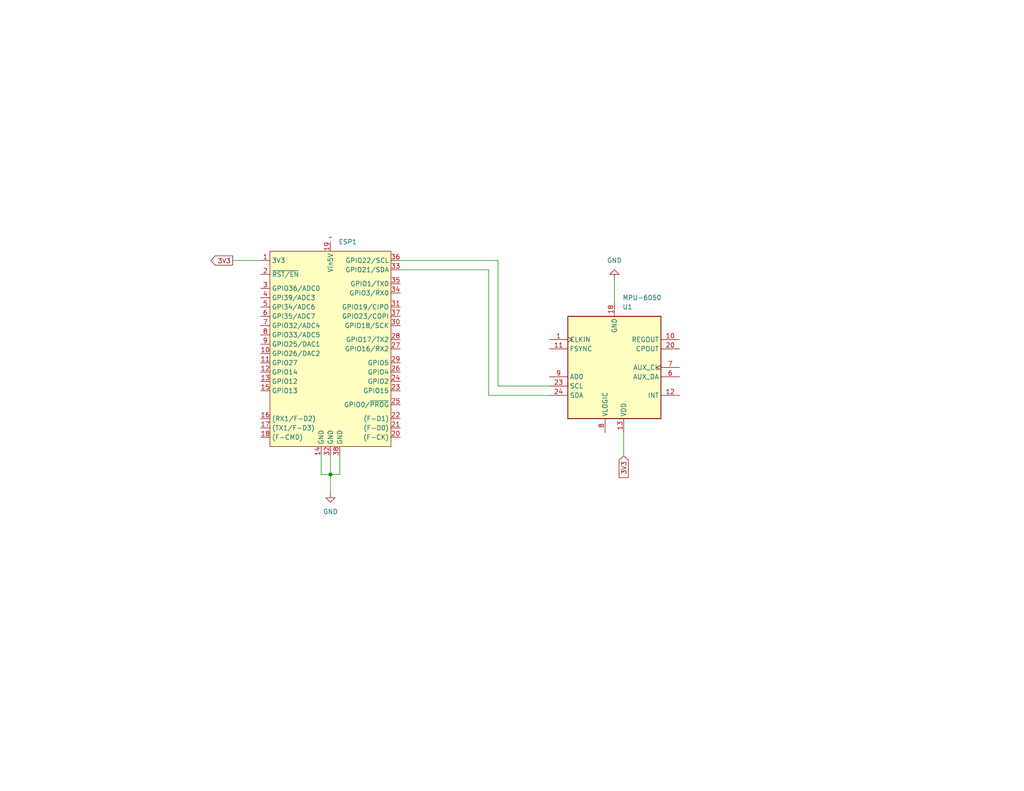
<source format=kicad_sch>
(kicad_sch (version 20230121) (generator eeschema)
  (paper "A")
  (title_block (title "Balance Bot PCB") (date "2023-10-23") (rev "0.01") (company "ME 507"))
  (lib_symbols
    (symbol "ME507A:ESP32_Node_KY"
      (property "Reference" "ESP" (at -15.24 27.94 0))
      (symbol "ESP32_Node_KY_1_1"
        (rectangle (start -16.51 25.4) (end 16.51 -27.94) (fill (type background)))
        (pin power_out line (at -19.05 22.86 0) (length 2.54) (name "3V3") (number "1"))
        (pin bidirectional line (at -19.05 -2.54 0) (length 2.54) (name "GPIO26/DAC2") (number "10"))
        (pin bidirectional line (at -19.05 -5.08 0) (length 2.54) (name "GPIO27") (number "11"))
        (pin bidirectional line (at -19.05 -7.62 0) (length 2.54) (name "GPIO14") (number "12"))
        (pin bidirectional line (at -19.05 -10.16 0) (length 2.54) (name "GPIO12") (number "13"))
        (pin power_in line (at -2.54 -30.48 90) (length 2.54) (name "GND") (number "14"))
        (pin bidirectional line (at -19.05 -12.7 0) (length 2.54) (name "GPIO13") (number "15"))
        (pin bidirectional line (at -19.05 -20.32 0) (length 2.54) (name "(RX1/F-D2)") (number "16"))
        (pin bidirectional line (at -19.05 -22.86 0) (length 2.54) (name "(TX1/F-D3)") (number "17"))
        (pin unspecified line (at -19.05 -25.4 0) (length 2.54) (name "(F-CMD)") (number "18"))
        (pin power_in line (at 0 27.94 270) (length 2.54) (name "Vin5V") (number "19"))
        (pin input line (at -19.05 19.05 0) (length 2.54) (name "~{RST/EN}") (number "2"))
        (pin bidirectional line (at 19.05 -25.4 180) (length 2.54) (name "(F-CK)") (number "20"))
        (pin bidirectional line (at 19.05 -22.86 180) (length 2.54) (name "(F-D0)") (number "21"))
        (pin bidirectional line (at 19.05 -20.32 180) (length 2.54) (name "(F-D1)") (number "22"))
        (pin bidirectional line (at 19.05 -12.7 180) (length 2.54) (name "GPIO15") (number "23"))
        (pin bidirectional line (at 19.05 -10.16 180) (length 2.54) (name "GPIO2") (number "24"))
        (pin bidirectional line (at 19.05 -16.51 180) (length 2.54) (name "GPIO0/~{PROG}") (number "25"))
        (pin bidirectional line (at 19.05 -7.62 180) (length 2.54) (name "GPIO4") (number "26"))
        (pin bidirectional line (at 19.05 -1.27 180) (length 2.54) (name "GPIO16/RX2") (number "27"))
        (pin bidirectional line (at 19.05 1.27 180) (length 2.54) (name "GPIO17/TX2") (number "28"))
        (pin bidirectional line (at 19.05 -5.08 180) (length 2.54) (name "GPIO5") (number "29"))
        (pin input line (at -19.05 15.24 0) (length 2.54) (name "GPIO36/ADC0") (number "3"))
        (pin bidirectional line (at 19.05 5.08 180) (length 2.54) (name "GPIO18/SCK") (number "30"))
        (pin bidirectional line (at 19.05 10.16 180) (length 2.54) (name "GPIO19/CIPO") (number "31"))
        (pin power_in line (at 0 -30.48 90) (length 2.54) (name "GND") (number "32"))
        (pin bidirectional line (at 19.05 20.32 180) (length 2.54) (name "GPIO21/SDA") (number "33"))
        (pin bidirectional line (at 19.05 13.97 180) (length 2.54) (name "GPIO3/RX0") (number "34"))
        (pin bidirectional line (at 19.05 16.51 180) (length 2.54) (name "GPIO1/TX0") (number "35"))
        (pin bidirectional line (at 19.05 22.86 180) (length 2.54) (name "GPIO22/SCL") (number "36"))
        (pin bidirectional line (at 19.05 7.62 180) (length 2.54) (name "GPIO23/COPI") (number "37"))
        (pin power_in line (at 2.54 -30.48 90) (length 2.54) (name "GND") (number "38"))
        (pin input line (at -19.05 12.7 0) (length 2.54) (name "GPI39/ADC3") (number "4"))
        (pin input line (at -19.05 10.16 0) (length 2.54) (name "GPI34/ADC6") (number "5"))
        (pin input line (at -19.05 7.62 0) (length 2.54) (name "GPI35/ADC7") (number "6"))
        (pin bidirectional line (at -19.05 5.08 0) (length 2.54) (name "GPIO32/ADC4") (number "7"))
        (pin bidirectional line (at -19.05 2.54 0) (length 2.54) (name "GPIO33/ADC5") (number "8"))
        (pin bidirectional line (at -19.05 0 0) (length 2.54) (name "GPIO25/DAC1") (number "9"))
      )
    )
    (symbol "Sensor_Motion:MPU-6050"
      (property "Reference" "U" (at -11.43 13.97 0))
      (property "Value" "MPU-6050" (at 7.62 -15.24 0))
      (symbol "MPU-6050_0_0"
        (text "" (at 12.7 -2.54 0) (effects (font (size 1.27 1.27))))
      )
      (symbol "MPU-6050_0_1"
        (rectangle (start -12.7 13.97) (end 12.7 -13.97) (stroke (width 0.254)) (fill (type background)))
      )
      (symbol "MPU-6050_1_1"
        (pin input clock (at -17.78 -7.62 0) (length 5.08) (name "CLKIN") (number "1"))
        (pin passive line (at 17.78 -7.62 180) (length 5.08) (name "REGOUT") (number "10"))
        (pin input line (at -17.78 -5.08 0) (length 5.08) (name "FSYNC") (number "11"))
        (pin output line (at 17.78 7.62 180) (length 5.08) (name "INT") (number "12"))
        (pin power_in line (at 2.54 17.78 270) (length 3.81) (name "VDD") (number "13"))
        (pin no_connect line (at -12.7 -10.16 0) (length 2.54) hide (name "NC") (number "14"))
        (pin no_connect line (at 12.7 12.7 180) (length 2.54) hide (name "NC") (number "15"))
        (pin no_connect line (at 12.7 10.16 180) (length 2.54) hide (name "NC") (number "16"))
        (pin no_connect line (at 12.7 5.08 180) (length 2.54) hide (name "NC") (number "17"))
        (pin power_in line (at 0 -17.78 90) (length 3.81) (name "GND") (number "18"))
        (pin no_connect line (at 12.7 -10.16 180) (length 2.54) hide (name "RESV") (number "19"))
        (pin no_connect line (at -12.7 12.7 0) (length 2.54) hide (name "NC") (number "2"))
        (pin passive line (at 17.78 -5.08 180) (length 5.08) (name "CPOUT") (number "20"))
        (pin no_connect line (at 12.7 -2.54 180) (length 2.54) hide (name "RESV") (number "21"))
        (pin no_connect line (at 12.7 -12.7 180) (length 2.54) hide (name "RESV") (number "22"))
        (pin input line (at -17.78 5.08 0) (length 5.08) (name "SCL") (number "23"))
        (pin bidirectional line (at -17.78 7.62 0) (length 5.08) (name "SDA") (number "24"))
        (pin no_connect line (at -12.7 10.16 0) (length 2.54) hide (name "NC") (number "3"))
        (pin no_connect line (at -12.7 0 0) (length 2.54) hide (name "NC") (number "4"))
        (pin no_connect line (at -12.7 -2.54 0) (length 2.54) hide (name "NC") (number "5"))
        (pin bidirectional line (at 17.78 2.54 180) (length 5.08) (name "AUX_DA") (number "6"))
        (pin output clock (at 17.78 0 180) (length 5.08) (name "AUX_CL") (number "7"))
        (pin power_in line (at -2.54 17.78 270) (length 3.81) (name "VLOGIC") (number "8"))
        (pin input line (at -17.78 2.54 0) (length 5.08) (name "AD0") (number "9"))
      )
    )
    (symbol "power:GND" (power) (pin_names (offset 0))
      (property "Value" "GND" (at 0 -3.81 0))
      (symbol "GND_0_1"
        (polyline (pts (xy 0 0) (xy 0 -1.27) (xy 1.27 -1.27) (xy 0 -2.54) (xy -1.27 -1.27) (xy 0 -1.27)))
      )
      (symbol "GND_1_1"
        (pin power_in line (at 0 0 270) (length 0) hide (name "GND") (number "1"))
      )
    )
  )
  (junction (at 90.17 129.54))
  (wire (pts (xy 109.22 71.12) (xy 135.89 71.12)))
  (wire (pts (xy 109.22 73.66) (xy 133.35 73.66)))
  (wire (pts (xy 167.64 76.2) (xy 167.64 82.55)))
  (wire (pts (xy 63.5 71.12) (xy 71.12 71.12)))
  (wire (pts (xy 135.89 105.41) (xy 149.86 105.41)))
  (wire (pts (xy 87.63 124.46) (xy 87.63 129.54)))
  (wire (pts (xy 90.17 124.46) (xy 90.17 129.54)))
  (wire (pts (xy 170.18 118.11) (xy 170.18 124.46)))
  (wire (pts (xy 133.35 107.95) (xy 133.35 73.66)))
  (wire (pts (xy 92.71 124.46) (xy 92.71 129.54)))
  (wire (pts (xy 87.63 129.54) (xy 90.17 129.54)))
  (wire (pts (xy 90.17 129.54) (xy 90.17 134.62)))
  (wire (pts (xy 90.17 129.54) (xy 92.71 129.54)))
  (wire (pts (xy 135.89 71.12) (xy 135.89 105.41)))
  (wire (pts (xy 149.86 107.95) (xy 133.35 107.95)))
  (global_label "3V3" (shape input) (at 170.18 124.46 270) (property "Intersheetrefs" "${INTERSHEET_REFS}" (effects hide)))
  (global_label "3V3" (shape output) (at 63.5 71.12 180) (property "Intersheetrefs" "${INTERSHEET_REFS}" (effects hide)))
  (symbol (lib_id "power:GND") (at 90.17 134.62 0) (unit 1)
    (property "Reference" "#PWR01" (effects hide))
    (property "Value" "GND" (at 90.17 139.7 0))
  )
  (symbol (lib_id "power:GND") (at 167.64 76.2 180) (unit 1)
    (property "Reference" "#PWR02" (effects hide))
    (property "Value" "GND" (at 167.64 71.12 0))
  )
  (symbol (lib_id "ME507A:ESP32_Node_KY") (at 90.17 93.98 0) (unit 1)
    (property "Reference" "ESP1" (at 92.3641 66.04 0) (effects (justify left)))
    (property "Value" "~" (at 90.17 64.77 0))
    (property "Footprint" "ME507A:ESP32_NodeMCU_KeeYees" (effects hide))
  )
  (symbol (lib_id "Sensor_Motion:MPU-6050") (at 167.64 100.33 0) (mirror x) (unit 1)
    (property "Reference" "U1" (at 169.8341 83.82 0) (effects (justify left)))
    (property "Value" "MPU-6050" (at 169.8341 81.28 0) (effects (justify left)))
    (property "Footprint" "Sensor_Motion:InvenSense_QFN-24_4x4mm_P0.5mm" (effects hide))
    (property "Datasheet" "https://invensense.tdk.com/wp-content/uploads/2015/02/MPU-6000-Datasheet1.pdf" (effects hide))
  )
)
</source>
